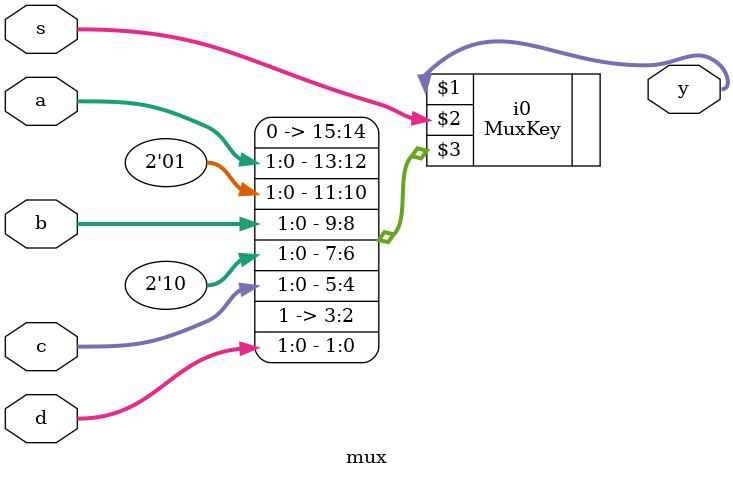
<source format=v>
module mux(a,b,c,d,s,y);
  input  [1:0]  a,b,c,d,s;
  output [1:0]  y;
  MuxKey #(4, 2, 2) i0 (
    y, s, {
        2'b00, a,
        2'b01, b,
        2'b10, c,
        2'b11, d
    } 
  );
endmodule

</source>
